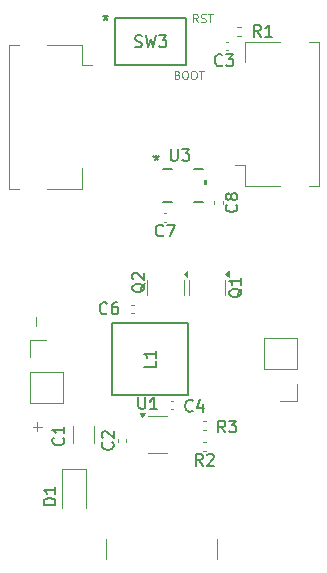
<source format=gbr>
%TF.GenerationSoftware,KiCad,Pcbnew,9.0.2*%
%TF.CreationDate,2025-09-15T18:44:55-04:00*%
%TF.ProjectId,flight-computer,666c6967-6874-42d6-936f-6d7075746572,rev?*%
%TF.SameCoordinates,Original*%
%TF.FileFunction,Legend,Top*%
%TF.FilePolarity,Positive*%
%FSLAX46Y46*%
G04 Gerber Fmt 4.6, Leading zero omitted, Abs format (unit mm)*
G04 Created by KiCad (PCBNEW 9.0.2) date 2025-09-15 18:44:55*
%MOMM*%
%LPD*%
G01*
G04 APERTURE LIST*
%ADD10C,0.087500*%
%ADD11C,0.100000*%
%ADD12C,0.150000*%
%ADD13C,0.120000*%
%ADD14C,0.152400*%
%ADD15C,0.000000*%
G04 APERTURE END LIST*
D10*
X147736126Y-80736338D02*
X147502793Y-80403005D01*
X147336126Y-80736338D02*
X147336126Y-80036338D01*
X147336126Y-80036338D02*
X147602793Y-80036338D01*
X147602793Y-80036338D02*
X147669460Y-80069671D01*
X147669460Y-80069671D02*
X147702793Y-80103005D01*
X147702793Y-80103005D02*
X147736126Y-80169671D01*
X147736126Y-80169671D02*
X147736126Y-80269671D01*
X147736126Y-80269671D02*
X147702793Y-80336338D01*
X147702793Y-80336338D02*
X147669460Y-80369671D01*
X147669460Y-80369671D02*
X147602793Y-80403005D01*
X147602793Y-80403005D02*
X147336126Y-80403005D01*
X148002793Y-80703005D02*
X148102793Y-80736338D01*
X148102793Y-80736338D02*
X148269460Y-80736338D01*
X148269460Y-80736338D02*
X148336126Y-80703005D01*
X148336126Y-80703005D02*
X148369460Y-80669671D01*
X148369460Y-80669671D02*
X148402793Y-80603005D01*
X148402793Y-80603005D02*
X148402793Y-80536338D01*
X148402793Y-80536338D02*
X148369460Y-80469671D01*
X148369460Y-80469671D02*
X148336126Y-80436338D01*
X148336126Y-80436338D02*
X148269460Y-80403005D01*
X148269460Y-80403005D02*
X148136126Y-80369671D01*
X148136126Y-80369671D02*
X148069460Y-80336338D01*
X148069460Y-80336338D02*
X148036126Y-80303005D01*
X148036126Y-80303005D02*
X148002793Y-80236338D01*
X148002793Y-80236338D02*
X148002793Y-80169671D01*
X148002793Y-80169671D02*
X148036126Y-80103005D01*
X148036126Y-80103005D02*
X148069460Y-80069671D01*
X148069460Y-80069671D02*
X148136126Y-80036338D01*
X148136126Y-80036338D02*
X148302793Y-80036338D01*
X148302793Y-80036338D02*
X148402793Y-80069671D01*
X148602793Y-80036338D02*
X149002793Y-80036338D01*
X148802793Y-80736338D02*
X148802793Y-80036338D01*
D11*
X133785779Y-114988021D02*
X134547684Y-114988021D01*
X134166731Y-115368974D02*
X134166731Y-114607069D01*
X134033361Y-106412670D02*
X134033361Y-105650766D01*
D10*
X146009460Y-85169671D02*
X146109460Y-85203005D01*
X146109460Y-85203005D02*
X146142793Y-85236338D01*
X146142793Y-85236338D02*
X146176126Y-85303005D01*
X146176126Y-85303005D02*
X146176126Y-85403005D01*
X146176126Y-85403005D02*
X146142793Y-85469671D01*
X146142793Y-85469671D02*
X146109460Y-85503005D01*
X146109460Y-85503005D02*
X146042793Y-85536338D01*
X146042793Y-85536338D02*
X145776126Y-85536338D01*
X145776126Y-85536338D02*
X145776126Y-84836338D01*
X145776126Y-84836338D02*
X146009460Y-84836338D01*
X146009460Y-84836338D02*
X146076126Y-84869671D01*
X146076126Y-84869671D02*
X146109460Y-84903005D01*
X146109460Y-84903005D02*
X146142793Y-84969671D01*
X146142793Y-84969671D02*
X146142793Y-85036338D01*
X146142793Y-85036338D02*
X146109460Y-85103005D01*
X146109460Y-85103005D02*
X146076126Y-85136338D01*
X146076126Y-85136338D02*
X146009460Y-85169671D01*
X146009460Y-85169671D02*
X145776126Y-85169671D01*
X146609460Y-84836338D02*
X146742793Y-84836338D01*
X146742793Y-84836338D02*
X146809460Y-84869671D01*
X146809460Y-84869671D02*
X146876126Y-84936338D01*
X146876126Y-84936338D02*
X146909460Y-85069671D01*
X146909460Y-85069671D02*
X146909460Y-85303005D01*
X146909460Y-85303005D02*
X146876126Y-85436338D01*
X146876126Y-85436338D02*
X146809460Y-85503005D01*
X146809460Y-85503005D02*
X146742793Y-85536338D01*
X146742793Y-85536338D02*
X146609460Y-85536338D01*
X146609460Y-85536338D02*
X146542793Y-85503005D01*
X146542793Y-85503005D02*
X146476126Y-85436338D01*
X146476126Y-85436338D02*
X146442793Y-85303005D01*
X146442793Y-85303005D02*
X146442793Y-85069671D01*
X146442793Y-85069671D02*
X146476126Y-84936338D01*
X146476126Y-84936338D02*
X146542793Y-84869671D01*
X146542793Y-84869671D02*
X146609460Y-84836338D01*
X147342793Y-84836338D02*
X147476126Y-84836338D01*
X147476126Y-84836338D02*
X147542793Y-84869671D01*
X147542793Y-84869671D02*
X147609459Y-84936338D01*
X147609459Y-84936338D02*
X147642793Y-85069671D01*
X147642793Y-85069671D02*
X147642793Y-85303005D01*
X147642793Y-85303005D02*
X147609459Y-85436338D01*
X147609459Y-85436338D02*
X147542793Y-85503005D01*
X147542793Y-85503005D02*
X147476126Y-85536338D01*
X147476126Y-85536338D02*
X147342793Y-85536338D01*
X147342793Y-85536338D02*
X147276126Y-85503005D01*
X147276126Y-85503005D02*
X147209459Y-85436338D01*
X147209459Y-85436338D02*
X147176126Y-85303005D01*
X147176126Y-85303005D02*
X147176126Y-85069671D01*
X147176126Y-85069671D02*
X147209459Y-84936338D01*
X147209459Y-84936338D02*
X147276126Y-84869671D01*
X147276126Y-84869671D02*
X147342793Y-84836338D01*
X147842792Y-84836338D02*
X148242792Y-84836338D01*
X148042792Y-85536338D02*
X148042792Y-84836338D01*
D12*
X150065228Y-115451374D02*
X149731895Y-114975183D01*
X149493800Y-115451374D02*
X149493800Y-114451374D01*
X149493800Y-114451374D02*
X149874752Y-114451374D01*
X149874752Y-114451374D02*
X149969990Y-114498993D01*
X149969990Y-114498993D02*
X150017609Y-114546612D01*
X150017609Y-114546612D02*
X150065228Y-114641850D01*
X150065228Y-114641850D02*
X150065228Y-114784707D01*
X150065228Y-114784707D02*
X150017609Y-114879945D01*
X150017609Y-114879945D02*
X149969990Y-114927564D01*
X149969990Y-114927564D02*
X149874752Y-114975183D01*
X149874752Y-114975183D02*
X149493800Y-114975183D01*
X150398562Y-114451374D02*
X151017609Y-114451374D01*
X151017609Y-114451374D02*
X150684276Y-114832326D01*
X150684276Y-114832326D02*
X150827133Y-114832326D01*
X150827133Y-114832326D02*
X150922371Y-114879945D01*
X150922371Y-114879945D02*
X150969990Y-114927564D01*
X150969990Y-114927564D02*
X151017609Y-115022802D01*
X151017609Y-115022802D02*
X151017609Y-115260897D01*
X151017609Y-115260897D02*
X150969990Y-115356135D01*
X150969990Y-115356135D02*
X150922371Y-115403755D01*
X150922371Y-115403755D02*
X150827133Y-115451374D01*
X150827133Y-115451374D02*
X150541419Y-115451374D01*
X150541419Y-115451374D02*
X150446181Y-115403755D01*
X150446181Y-115403755D02*
X150398562Y-115356135D01*
X142428562Y-82793755D02*
X142571419Y-82841374D01*
X142571419Y-82841374D02*
X142809514Y-82841374D01*
X142809514Y-82841374D02*
X142904752Y-82793755D01*
X142904752Y-82793755D02*
X142952371Y-82746135D01*
X142952371Y-82746135D02*
X142999990Y-82650897D01*
X142999990Y-82650897D02*
X142999990Y-82555659D01*
X142999990Y-82555659D02*
X142952371Y-82460421D01*
X142952371Y-82460421D02*
X142904752Y-82412802D01*
X142904752Y-82412802D02*
X142809514Y-82365183D01*
X142809514Y-82365183D02*
X142619038Y-82317564D01*
X142619038Y-82317564D02*
X142523800Y-82269945D01*
X142523800Y-82269945D02*
X142476181Y-82222326D01*
X142476181Y-82222326D02*
X142428562Y-82127088D01*
X142428562Y-82127088D02*
X142428562Y-82031850D01*
X142428562Y-82031850D02*
X142476181Y-81936612D01*
X142476181Y-81936612D02*
X142523800Y-81888993D01*
X142523800Y-81888993D02*
X142619038Y-81841374D01*
X142619038Y-81841374D02*
X142857133Y-81841374D01*
X142857133Y-81841374D02*
X142999990Y-81888993D01*
X143333324Y-81841374D02*
X143571419Y-82841374D01*
X143571419Y-82841374D02*
X143761895Y-82127088D01*
X143761895Y-82127088D02*
X143952371Y-82841374D01*
X143952371Y-82841374D02*
X144190467Y-81841374D01*
X144476181Y-81841374D02*
X145095228Y-81841374D01*
X145095228Y-81841374D02*
X144761895Y-82222326D01*
X144761895Y-82222326D02*
X144904752Y-82222326D01*
X144904752Y-82222326D02*
X144999990Y-82269945D01*
X144999990Y-82269945D02*
X145047609Y-82317564D01*
X145047609Y-82317564D02*
X145095228Y-82412802D01*
X145095228Y-82412802D02*
X145095228Y-82650897D01*
X145095228Y-82650897D02*
X145047609Y-82746135D01*
X145047609Y-82746135D02*
X144999990Y-82793755D01*
X144999990Y-82793755D02*
X144904752Y-82841374D01*
X144904752Y-82841374D02*
X144619038Y-82841374D01*
X144619038Y-82841374D02*
X144523800Y-82793755D01*
X144523800Y-82793755D02*
X144476181Y-82746135D01*
X139941895Y-80091374D02*
X139941895Y-80329469D01*
X139703800Y-80234231D02*
X139941895Y-80329469D01*
X139941895Y-80329469D02*
X140179990Y-80234231D01*
X139799038Y-80519945D02*
X139941895Y-80329469D01*
X139941895Y-80329469D02*
X140084752Y-80519945D01*
X153075228Y-81951374D02*
X152741895Y-81475183D01*
X152503800Y-81951374D02*
X152503800Y-80951374D01*
X152503800Y-80951374D02*
X152884752Y-80951374D01*
X152884752Y-80951374D02*
X152979990Y-80998993D01*
X152979990Y-80998993D02*
X153027609Y-81046612D01*
X153027609Y-81046612D02*
X153075228Y-81141850D01*
X153075228Y-81141850D02*
X153075228Y-81284707D01*
X153075228Y-81284707D02*
X153027609Y-81379945D01*
X153027609Y-81379945D02*
X152979990Y-81427564D01*
X152979990Y-81427564D02*
X152884752Y-81475183D01*
X152884752Y-81475183D02*
X152503800Y-81475183D01*
X154027609Y-81951374D02*
X153456181Y-81951374D01*
X153741895Y-81951374D02*
X153741895Y-80951374D01*
X153741895Y-80951374D02*
X153646657Y-81094231D01*
X153646657Y-81094231D02*
X153551419Y-81189469D01*
X153551419Y-81189469D02*
X153456181Y-81237088D01*
X144815228Y-98769580D02*
X144767609Y-98817200D01*
X144767609Y-98817200D02*
X144624752Y-98864819D01*
X144624752Y-98864819D02*
X144529514Y-98864819D01*
X144529514Y-98864819D02*
X144386657Y-98817200D01*
X144386657Y-98817200D02*
X144291419Y-98721961D01*
X144291419Y-98721961D02*
X144243800Y-98626723D01*
X144243800Y-98626723D02*
X144196181Y-98436247D01*
X144196181Y-98436247D02*
X144196181Y-98293390D01*
X144196181Y-98293390D02*
X144243800Y-98102914D01*
X144243800Y-98102914D02*
X144291419Y-98007676D01*
X144291419Y-98007676D02*
X144386657Y-97912438D01*
X144386657Y-97912438D02*
X144529514Y-97864819D01*
X144529514Y-97864819D02*
X144624752Y-97864819D01*
X144624752Y-97864819D02*
X144767609Y-97912438D01*
X144767609Y-97912438D02*
X144815228Y-97960057D01*
X145148562Y-97864819D02*
X145815228Y-97864819D01*
X145815228Y-97864819D02*
X145386657Y-98864819D01*
X143281952Y-102841793D02*
X143234333Y-102937031D01*
X143234333Y-102937031D02*
X143139095Y-103032269D01*
X143139095Y-103032269D02*
X142996237Y-103175126D01*
X142996237Y-103175126D02*
X142948618Y-103270364D01*
X142948618Y-103270364D02*
X142948618Y-103365602D01*
X143186714Y-103317983D02*
X143139095Y-103413221D01*
X143139095Y-103413221D02*
X143043856Y-103508459D01*
X143043856Y-103508459D02*
X142853380Y-103556078D01*
X142853380Y-103556078D02*
X142520047Y-103556078D01*
X142520047Y-103556078D02*
X142329571Y-103508459D01*
X142329571Y-103508459D02*
X142234333Y-103413221D01*
X142234333Y-103413221D02*
X142186714Y-103317983D01*
X142186714Y-103317983D02*
X142186714Y-103127507D01*
X142186714Y-103127507D02*
X142234333Y-103032269D01*
X142234333Y-103032269D02*
X142329571Y-102937031D01*
X142329571Y-102937031D02*
X142520047Y-102889412D01*
X142520047Y-102889412D02*
X142853380Y-102889412D01*
X142853380Y-102889412D02*
X143043856Y-102937031D01*
X143043856Y-102937031D02*
X143139095Y-103032269D01*
X143139095Y-103032269D02*
X143186714Y-103127507D01*
X143186714Y-103127507D02*
X143186714Y-103317983D01*
X142281952Y-102508459D02*
X142234333Y-102460840D01*
X142234333Y-102460840D02*
X142186714Y-102365602D01*
X142186714Y-102365602D02*
X142186714Y-102127507D01*
X142186714Y-102127507D02*
X142234333Y-102032269D01*
X142234333Y-102032269D02*
X142281952Y-101984650D01*
X142281952Y-101984650D02*
X142377190Y-101937031D01*
X142377190Y-101937031D02*
X142472428Y-101937031D01*
X142472428Y-101937031D02*
X142615285Y-101984650D01*
X142615285Y-101984650D02*
X143186714Y-102556078D01*
X143186714Y-102556078D02*
X143186714Y-101937031D01*
X147315228Y-113606135D02*
X147267609Y-113653755D01*
X147267609Y-113653755D02*
X147124752Y-113701374D01*
X147124752Y-113701374D02*
X147029514Y-113701374D01*
X147029514Y-113701374D02*
X146886657Y-113653755D01*
X146886657Y-113653755D02*
X146791419Y-113558516D01*
X146791419Y-113558516D02*
X146743800Y-113463278D01*
X146743800Y-113463278D02*
X146696181Y-113272802D01*
X146696181Y-113272802D02*
X146696181Y-113129945D01*
X146696181Y-113129945D02*
X146743800Y-112939469D01*
X146743800Y-112939469D02*
X146791419Y-112844231D01*
X146791419Y-112844231D02*
X146886657Y-112748993D01*
X146886657Y-112748993D02*
X147029514Y-112701374D01*
X147029514Y-112701374D02*
X147124752Y-112701374D01*
X147124752Y-112701374D02*
X147267609Y-112748993D01*
X147267609Y-112748993D02*
X147315228Y-112796612D01*
X148172371Y-113034707D02*
X148172371Y-113701374D01*
X147934276Y-112653755D02*
X147696181Y-113368040D01*
X147696181Y-113368040D02*
X148315228Y-113368040D01*
X149805228Y-84356135D02*
X149757609Y-84403755D01*
X149757609Y-84403755D02*
X149614752Y-84451374D01*
X149614752Y-84451374D02*
X149519514Y-84451374D01*
X149519514Y-84451374D02*
X149376657Y-84403755D01*
X149376657Y-84403755D02*
X149281419Y-84308516D01*
X149281419Y-84308516D02*
X149233800Y-84213278D01*
X149233800Y-84213278D02*
X149186181Y-84022802D01*
X149186181Y-84022802D02*
X149186181Y-83879945D01*
X149186181Y-83879945D02*
X149233800Y-83689469D01*
X149233800Y-83689469D02*
X149281419Y-83594231D01*
X149281419Y-83594231D02*
X149376657Y-83498993D01*
X149376657Y-83498993D02*
X149519514Y-83451374D01*
X149519514Y-83451374D02*
X149614752Y-83451374D01*
X149614752Y-83451374D02*
X149757609Y-83498993D01*
X149757609Y-83498993D02*
X149805228Y-83546612D01*
X150138562Y-83451374D02*
X150757609Y-83451374D01*
X150757609Y-83451374D02*
X150424276Y-83832326D01*
X150424276Y-83832326D02*
X150567133Y-83832326D01*
X150567133Y-83832326D02*
X150662371Y-83879945D01*
X150662371Y-83879945D02*
X150709990Y-83927564D01*
X150709990Y-83927564D02*
X150757609Y-84022802D01*
X150757609Y-84022802D02*
X150757609Y-84260897D01*
X150757609Y-84260897D02*
X150709990Y-84356135D01*
X150709990Y-84356135D02*
X150662371Y-84403755D01*
X150662371Y-84403755D02*
X150567133Y-84451374D01*
X150567133Y-84451374D02*
X150281419Y-84451374D01*
X150281419Y-84451374D02*
X150186181Y-84403755D01*
X150186181Y-84403755D02*
X150138562Y-84356135D01*
X145469990Y-91451374D02*
X145469990Y-92260897D01*
X145469990Y-92260897D02*
X145517609Y-92356135D01*
X145517609Y-92356135D02*
X145565228Y-92403755D01*
X145565228Y-92403755D02*
X145660466Y-92451374D01*
X145660466Y-92451374D02*
X145850942Y-92451374D01*
X145850942Y-92451374D02*
X145946180Y-92403755D01*
X145946180Y-92403755D02*
X145993799Y-92356135D01*
X145993799Y-92356135D02*
X146041418Y-92260897D01*
X146041418Y-92260897D02*
X146041418Y-91451374D01*
X146422371Y-91451374D02*
X147041418Y-91451374D01*
X147041418Y-91451374D02*
X146708085Y-91832326D01*
X146708085Y-91832326D02*
X146850942Y-91832326D01*
X146850942Y-91832326D02*
X146946180Y-91879945D01*
X146946180Y-91879945D02*
X146993799Y-91927564D01*
X146993799Y-91927564D02*
X147041418Y-92022802D01*
X147041418Y-92022802D02*
X147041418Y-92260897D01*
X147041418Y-92260897D02*
X146993799Y-92356135D01*
X146993799Y-92356135D02*
X146946180Y-92403755D01*
X146946180Y-92403755D02*
X146850942Y-92451374D01*
X146850942Y-92451374D02*
X146565228Y-92451374D01*
X146565228Y-92451374D02*
X146469990Y-92403755D01*
X146469990Y-92403755D02*
X146422371Y-92356135D01*
X144231895Y-91951374D02*
X144231895Y-92189469D01*
X143993800Y-92094231D02*
X144231895Y-92189469D01*
X144231895Y-92189469D02*
X144469990Y-92094231D01*
X144089038Y-92379945D02*
X144231895Y-92189469D01*
X144231895Y-92189469D02*
X144374752Y-92379945D01*
X135686714Y-121584649D02*
X134686714Y-121584649D01*
X134686714Y-121584649D02*
X134686714Y-121346554D01*
X134686714Y-121346554D02*
X134734333Y-121203697D01*
X134734333Y-121203697D02*
X134829571Y-121108459D01*
X134829571Y-121108459D02*
X134924809Y-121060840D01*
X134924809Y-121060840D02*
X135115285Y-121013221D01*
X135115285Y-121013221D02*
X135258142Y-121013221D01*
X135258142Y-121013221D02*
X135448618Y-121060840D01*
X135448618Y-121060840D02*
X135543856Y-121108459D01*
X135543856Y-121108459D02*
X135639095Y-121203697D01*
X135639095Y-121203697D02*
X135686714Y-121346554D01*
X135686714Y-121346554D02*
X135686714Y-121584649D01*
X135686714Y-120060840D02*
X135686714Y-120632268D01*
X135686714Y-120346554D02*
X134686714Y-120346554D01*
X134686714Y-120346554D02*
X134829571Y-120441792D01*
X134829571Y-120441792D02*
X134924809Y-120537030D01*
X134924809Y-120537030D02*
X134972428Y-120632268D01*
X151001475Y-96163221D02*
X151049095Y-96210840D01*
X151049095Y-96210840D02*
X151096714Y-96353697D01*
X151096714Y-96353697D02*
X151096714Y-96448935D01*
X151096714Y-96448935D02*
X151049095Y-96591792D01*
X151049095Y-96591792D02*
X150953856Y-96687030D01*
X150953856Y-96687030D02*
X150858618Y-96734649D01*
X150858618Y-96734649D02*
X150668142Y-96782268D01*
X150668142Y-96782268D02*
X150525285Y-96782268D01*
X150525285Y-96782268D02*
X150334809Y-96734649D01*
X150334809Y-96734649D02*
X150239571Y-96687030D01*
X150239571Y-96687030D02*
X150144333Y-96591792D01*
X150144333Y-96591792D02*
X150096714Y-96448935D01*
X150096714Y-96448935D02*
X150096714Y-96353697D01*
X150096714Y-96353697D02*
X150144333Y-96210840D01*
X150144333Y-96210840D02*
X150191952Y-96163221D01*
X150525285Y-95591792D02*
X150477666Y-95687030D01*
X150477666Y-95687030D02*
X150430047Y-95734649D01*
X150430047Y-95734649D02*
X150334809Y-95782268D01*
X150334809Y-95782268D02*
X150287190Y-95782268D01*
X150287190Y-95782268D02*
X150191952Y-95734649D01*
X150191952Y-95734649D02*
X150144333Y-95687030D01*
X150144333Y-95687030D02*
X150096714Y-95591792D01*
X150096714Y-95591792D02*
X150096714Y-95401316D01*
X150096714Y-95401316D02*
X150144333Y-95306078D01*
X150144333Y-95306078D02*
X150191952Y-95258459D01*
X150191952Y-95258459D02*
X150287190Y-95210840D01*
X150287190Y-95210840D02*
X150334809Y-95210840D01*
X150334809Y-95210840D02*
X150430047Y-95258459D01*
X150430047Y-95258459D02*
X150477666Y-95306078D01*
X150477666Y-95306078D02*
X150525285Y-95401316D01*
X150525285Y-95401316D02*
X150525285Y-95591792D01*
X150525285Y-95591792D02*
X150572904Y-95687030D01*
X150572904Y-95687030D02*
X150620523Y-95734649D01*
X150620523Y-95734649D02*
X150715761Y-95782268D01*
X150715761Y-95782268D02*
X150906237Y-95782268D01*
X150906237Y-95782268D02*
X151001475Y-95734649D01*
X151001475Y-95734649D02*
X151049095Y-95687030D01*
X151049095Y-95687030D02*
X151096714Y-95591792D01*
X151096714Y-95591792D02*
X151096714Y-95401316D01*
X151096714Y-95401316D02*
X151049095Y-95306078D01*
X151049095Y-95306078D02*
X151001475Y-95258459D01*
X151001475Y-95258459D02*
X150906237Y-95210840D01*
X150906237Y-95210840D02*
X150715761Y-95210840D01*
X150715761Y-95210840D02*
X150620523Y-95258459D01*
X150620523Y-95258459D02*
X150572904Y-95306078D01*
X150572904Y-95306078D02*
X150525285Y-95401316D01*
X136341475Y-115913221D02*
X136389095Y-115960840D01*
X136389095Y-115960840D02*
X136436714Y-116103697D01*
X136436714Y-116103697D02*
X136436714Y-116198935D01*
X136436714Y-116198935D02*
X136389095Y-116341792D01*
X136389095Y-116341792D02*
X136293856Y-116437030D01*
X136293856Y-116437030D02*
X136198618Y-116484649D01*
X136198618Y-116484649D02*
X136008142Y-116532268D01*
X136008142Y-116532268D02*
X135865285Y-116532268D01*
X135865285Y-116532268D02*
X135674809Y-116484649D01*
X135674809Y-116484649D02*
X135579571Y-116437030D01*
X135579571Y-116437030D02*
X135484333Y-116341792D01*
X135484333Y-116341792D02*
X135436714Y-116198935D01*
X135436714Y-116198935D02*
X135436714Y-116103697D01*
X135436714Y-116103697D02*
X135484333Y-115960840D01*
X135484333Y-115960840D02*
X135531952Y-115913221D01*
X136436714Y-114960840D02*
X136436714Y-115532268D01*
X136436714Y-115246554D02*
X135436714Y-115246554D01*
X135436714Y-115246554D02*
X135579571Y-115341792D01*
X135579571Y-115341792D02*
X135674809Y-115437030D01*
X135674809Y-115437030D02*
X135722428Y-115532268D01*
X144186714Y-109413221D02*
X144186714Y-109889411D01*
X144186714Y-109889411D02*
X143186714Y-109889411D01*
X144186714Y-108556078D02*
X144186714Y-109127506D01*
X144186714Y-108841792D02*
X143186714Y-108841792D01*
X143186714Y-108841792D02*
X143329571Y-108937030D01*
X143329571Y-108937030D02*
X143424809Y-109032268D01*
X143424809Y-109032268D02*
X143472428Y-109127506D01*
X140526475Y-116298221D02*
X140574095Y-116345840D01*
X140574095Y-116345840D02*
X140621714Y-116488697D01*
X140621714Y-116488697D02*
X140621714Y-116583935D01*
X140621714Y-116583935D02*
X140574095Y-116726792D01*
X140574095Y-116726792D02*
X140478856Y-116822030D01*
X140478856Y-116822030D02*
X140383618Y-116869649D01*
X140383618Y-116869649D02*
X140193142Y-116917268D01*
X140193142Y-116917268D02*
X140050285Y-116917268D01*
X140050285Y-116917268D02*
X139859809Y-116869649D01*
X139859809Y-116869649D02*
X139764571Y-116822030D01*
X139764571Y-116822030D02*
X139669333Y-116726792D01*
X139669333Y-116726792D02*
X139621714Y-116583935D01*
X139621714Y-116583935D02*
X139621714Y-116488697D01*
X139621714Y-116488697D02*
X139669333Y-116345840D01*
X139669333Y-116345840D02*
X139716952Y-116298221D01*
X139716952Y-115917268D02*
X139669333Y-115869649D01*
X139669333Y-115869649D02*
X139621714Y-115774411D01*
X139621714Y-115774411D02*
X139621714Y-115536316D01*
X139621714Y-115536316D02*
X139669333Y-115441078D01*
X139669333Y-115441078D02*
X139716952Y-115393459D01*
X139716952Y-115393459D02*
X139812190Y-115345840D01*
X139812190Y-115345840D02*
X139907428Y-115345840D01*
X139907428Y-115345840D02*
X140050285Y-115393459D01*
X140050285Y-115393459D02*
X140621714Y-115964887D01*
X140621714Y-115964887D02*
X140621714Y-115345840D01*
X151481952Y-103279293D02*
X151434333Y-103374531D01*
X151434333Y-103374531D02*
X151339095Y-103469769D01*
X151339095Y-103469769D02*
X151196237Y-103612626D01*
X151196237Y-103612626D02*
X151148618Y-103707864D01*
X151148618Y-103707864D02*
X151148618Y-103803102D01*
X151386714Y-103755483D02*
X151339095Y-103850721D01*
X151339095Y-103850721D02*
X151243856Y-103945959D01*
X151243856Y-103945959D02*
X151053380Y-103993578D01*
X151053380Y-103993578D02*
X150720047Y-103993578D01*
X150720047Y-103993578D02*
X150529571Y-103945959D01*
X150529571Y-103945959D02*
X150434333Y-103850721D01*
X150434333Y-103850721D02*
X150386714Y-103755483D01*
X150386714Y-103755483D02*
X150386714Y-103565007D01*
X150386714Y-103565007D02*
X150434333Y-103469769D01*
X150434333Y-103469769D02*
X150529571Y-103374531D01*
X150529571Y-103374531D02*
X150720047Y-103326912D01*
X150720047Y-103326912D02*
X151053380Y-103326912D01*
X151053380Y-103326912D02*
X151243856Y-103374531D01*
X151243856Y-103374531D02*
X151339095Y-103469769D01*
X151339095Y-103469769D02*
X151386714Y-103565007D01*
X151386714Y-103565007D02*
X151386714Y-103755483D01*
X151386714Y-102374531D02*
X151386714Y-102945959D01*
X151386714Y-102660245D02*
X150386714Y-102660245D01*
X150386714Y-102660245D02*
X150529571Y-102755483D01*
X150529571Y-102755483D02*
X150624809Y-102850721D01*
X150624809Y-102850721D02*
X150672428Y-102945959D01*
X142719990Y-112451374D02*
X142719990Y-113260897D01*
X142719990Y-113260897D02*
X142767609Y-113356135D01*
X142767609Y-113356135D02*
X142815228Y-113403755D01*
X142815228Y-113403755D02*
X142910466Y-113451374D01*
X142910466Y-113451374D02*
X143100942Y-113451374D01*
X143100942Y-113451374D02*
X143196180Y-113403755D01*
X143196180Y-113403755D02*
X143243799Y-113356135D01*
X143243799Y-113356135D02*
X143291418Y-113260897D01*
X143291418Y-113260897D02*
X143291418Y-112451374D01*
X144291418Y-113451374D02*
X143719990Y-113451374D01*
X144005704Y-113451374D02*
X144005704Y-112451374D01*
X144005704Y-112451374D02*
X143910466Y-112594231D01*
X143910466Y-112594231D02*
X143815228Y-112689469D01*
X143815228Y-112689469D02*
X143719990Y-112737088D01*
X140065228Y-105356135D02*
X140017609Y-105403755D01*
X140017609Y-105403755D02*
X139874752Y-105451374D01*
X139874752Y-105451374D02*
X139779514Y-105451374D01*
X139779514Y-105451374D02*
X139636657Y-105403755D01*
X139636657Y-105403755D02*
X139541419Y-105308516D01*
X139541419Y-105308516D02*
X139493800Y-105213278D01*
X139493800Y-105213278D02*
X139446181Y-105022802D01*
X139446181Y-105022802D02*
X139446181Y-104879945D01*
X139446181Y-104879945D02*
X139493800Y-104689469D01*
X139493800Y-104689469D02*
X139541419Y-104594231D01*
X139541419Y-104594231D02*
X139636657Y-104498993D01*
X139636657Y-104498993D02*
X139779514Y-104451374D01*
X139779514Y-104451374D02*
X139874752Y-104451374D01*
X139874752Y-104451374D02*
X140017609Y-104498993D01*
X140017609Y-104498993D02*
X140065228Y-104546612D01*
X140922371Y-104451374D02*
X140731895Y-104451374D01*
X140731895Y-104451374D02*
X140636657Y-104498993D01*
X140636657Y-104498993D02*
X140589038Y-104546612D01*
X140589038Y-104546612D02*
X140493800Y-104689469D01*
X140493800Y-104689469D02*
X140446181Y-104879945D01*
X140446181Y-104879945D02*
X140446181Y-105260897D01*
X140446181Y-105260897D02*
X140493800Y-105356135D01*
X140493800Y-105356135D02*
X140541419Y-105403755D01*
X140541419Y-105403755D02*
X140636657Y-105451374D01*
X140636657Y-105451374D02*
X140827133Y-105451374D01*
X140827133Y-105451374D02*
X140922371Y-105403755D01*
X140922371Y-105403755D02*
X140969990Y-105356135D01*
X140969990Y-105356135D02*
X141017609Y-105260897D01*
X141017609Y-105260897D02*
X141017609Y-105022802D01*
X141017609Y-105022802D02*
X140969990Y-104927564D01*
X140969990Y-104927564D02*
X140922371Y-104879945D01*
X140922371Y-104879945D02*
X140827133Y-104832326D01*
X140827133Y-104832326D02*
X140636657Y-104832326D01*
X140636657Y-104832326D02*
X140541419Y-104879945D01*
X140541419Y-104879945D02*
X140493800Y-104927564D01*
X140493800Y-104927564D02*
X140446181Y-105022802D01*
X148160228Y-118276374D02*
X147826895Y-117800183D01*
X147588800Y-118276374D02*
X147588800Y-117276374D01*
X147588800Y-117276374D02*
X147969752Y-117276374D01*
X147969752Y-117276374D02*
X148064990Y-117323993D01*
X148064990Y-117323993D02*
X148112609Y-117371612D01*
X148112609Y-117371612D02*
X148160228Y-117466850D01*
X148160228Y-117466850D02*
X148160228Y-117609707D01*
X148160228Y-117609707D02*
X148112609Y-117704945D01*
X148112609Y-117704945D02*
X148064990Y-117752564D01*
X148064990Y-117752564D02*
X147969752Y-117800183D01*
X147969752Y-117800183D02*
X147588800Y-117800183D01*
X148541181Y-117371612D02*
X148588800Y-117323993D01*
X148588800Y-117323993D02*
X148684038Y-117276374D01*
X148684038Y-117276374D02*
X148922133Y-117276374D01*
X148922133Y-117276374D02*
X149017371Y-117323993D01*
X149017371Y-117323993D02*
X149064990Y-117371612D01*
X149064990Y-117371612D02*
X149112609Y-117466850D01*
X149112609Y-117466850D02*
X149112609Y-117562088D01*
X149112609Y-117562088D02*
X149064990Y-117704945D01*
X149064990Y-117704945D02*
X148493562Y-118276374D01*
X148493562Y-118276374D02*
X149112609Y-118276374D01*
D13*
%TO.C,J5*%
X139991895Y-126146555D02*
X139991895Y-124446555D01*
X149331895Y-126146555D02*
X149331895Y-124446555D01*
%TO.C,J2*%
X151771895Y-82386555D02*
X151771895Y-84136555D01*
X151771895Y-92856555D02*
X150881895Y-92856555D01*
X151771895Y-94606555D02*
X151771895Y-92856555D01*
X154721895Y-82386555D02*
X151771895Y-82386555D01*
X154721895Y-94606555D02*
X151771895Y-94606555D01*
X157141895Y-94606555D02*
X157991895Y-94606555D01*
X157991895Y-82386555D02*
X157141895Y-82386555D01*
X157991895Y-94606555D02*
X157991895Y-82386555D01*
%TO.C,R3*%
X148173254Y-114521555D02*
X148480536Y-114521555D01*
X148173254Y-115281555D02*
X148480536Y-115281555D01*
D14*
%TO.C,SW3*%
X140739295Y-80405355D02*
X140739295Y-84367755D01*
X140739295Y-84367755D02*
X146784495Y-84367755D01*
X146784495Y-80405355D02*
X140739295Y-80405355D01*
X146784495Y-84367755D02*
X146784495Y-80405355D01*
D13*
%TO.C,R1*%
X151395536Y-81116555D02*
X151088254Y-81116555D01*
X151395536Y-81876555D02*
X151088254Y-81876555D01*
%TO.C,J1*%
X131721895Y-82636555D02*
X131721895Y-94856555D01*
X131721895Y-94856555D02*
X132571895Y-94856555D01*
X132571895Y-82636555D02*
X131721895Y-82636555D01*
X134991895Y-82636555D02*
X137941895Y-82636555D01*
X134991895Y-94856555D02*
X137941895Y-94856555D01*
X137941895Y-82636555D02*
X137941895Y-84386555D01*
X137941895Y-84386555D02*
X138831895Y-84386555D01*
X137941895Y-94856555D02*
X137941895Y-93106555D01*
%TO.C,J3*%
X133551895Y-107676555D02*
X134931895Y-107676555D01*
X133551895Y-109056555D02*
X133551895Y-107676555D01*
X133551895Y-110326555D02*
X133551895Y-112976555D01*
X133551895Y-110326555D02*
X136311895Y-110326555D01*
X133551895Y-112976555D02*
X136311895Y-112976555D01*
X136311895Y-110326555D02*
X136311895Y-112976555D01*
%TO.C,C7*%
X145089731Y-96890000D02*
X144874059Y-96890000D01*
X145089731Y-97610000D02*
X144874059Y-97610000D01*
%TO.C,Q2*%
X143471895Y-103184055D02*
X143471895Y-102534055D01*
X143471895Y-103184055D02*
X143471895Y-103834055D01*
X146591895Y-103184055D02*
X146591895Y-102534055D01*
X146591895Y-103184055D02*
X146591895Y-103834055D01*
X146871895Y-102261555D02*
X146541895Y-102021555D01*
X146871895Y-101781555D01*
X146871895Y-102261555D01*
G36*
X146871895Y-102261555D02*
G01*
X146541895Y-102021555D01*
X146871895Y-101781555D01*
X146871895Y-102261555D01*
G37*
%TO.C,C4*%
X145684731Y-112791555D02*
X145469059Y-112791555D01*
X145684731Y-113511555D02*
X145469059Y-113511555D01*
%TO.C,C3*%
X150339731Y-82386555D02*
X150124059Y-82386555D01*
X150339731Y-83106555D02*
X150124059Y-83106555D01*
D14*
%TO.C,U3*%
X144823601Y-95966100D02*
X145542988Y-95966100D01*
X145542988Y-93121300D02*
X144823601Y-93121300D01*
X147457014Y-95966100D02*
X148176401Y-95966100D01*
X148176401Y-93121300D02*
X147457014Y-93121300D01*
D15*
G36*
X148506601Y-94484201D02*
G01*
X148252601Y-94484201D01*
X148252601Y-94103200D01*
X148506601Y-94103200D01*
X148506601Y-94484201D01*
G37*
D13*
%TO.C,D1*%
X136221895Y-118536555D02*
X136221895Y-121846555D01*
X136221895Y-118536555D02*
X138241895Y-118536555D01*
X138241895Y-121846555D02*
X138241895Y-118536555D01*
%TO.C,C8*%
X149121895Y-95888719D02*
X149121895Y-96104391D01*
X149841895Y-95888719D02*
X149841895Y-96104391D01*
%TO.C,C1*%
X137166895Y-116362807D02*
X137166895Y-114940303D01*
X138986895Y-116362807D02*
X138986895Y-114940303D01*
D14*
%TO.C,L1*%
X140506095Y-106173155D02*
X140506095Y-112319955D01*
X140506095Y-112319955D02*
X146957695Y-112319955D01*
X146957695Y-106173155D02*
X140506095Y-106173155D01*
X146957695Y-112319955D02*
X146957695Y-106173155D01*
X143808095Y-112852255D02*
G75*
G02*
X143655695Y-112852255I-76200J0D01*
G01*
X143655695Y-112852255D02*
G75*
G02*
X143808095Y-112852255I76200J0D01*
G01*
D13*
%TO.C,C2*%
X140966895Y-116239391D02*
X140966895Y-116023719D01*
X141686895Y-116239391D02*
X141686895Y-116023719D01*
%TO.C,J6*%
X153351895Y-110126555D02*
X153351895Y-107476555D01*
X156111895Y-107476555D02*
X153351895Y-107476555D01*
X156111895Y-110126555D02*
X153351895Y-110126555D01*
X156111895Y-110126555D02*
X156111895Y-107476555D01*
X156111895Y-111396555D02*
X156111895Y-112776555D01*
X156111895Y-112776555D02*
X154731895Y-112776555D01*
%TO.C,Q1*%
X146971895Y-103184055D02*
X146971895Y-102534055D01*
X146971895Y-103184055D02*
X146971895Y-103834055D01*
X150091895Y-103184055D02*
X150091895Y-102534055D01*
X150091895Y-103184055D02*
X150091895Y-103834055D01*
X150371895Y-102261555D02*
X150041895Y-102021555D01*
X150371895Y-101781555D01*
X150371895Y-102261555D01*
G36*
X150371895Y-102261555D02*
G01*
X150041895Y-102021555D01*
X150371895Y-101781555D01*
X150371895Y-102261555D01*
G37*
%TO.C,U1*%
X144357500Y-114095000D02*
X143557500Y-114095000D01*
X144357500Y-114095000D02*
X145157500Y-114095000D01*
X144357500Y-117215000D02*
X143557500Y-117215000D01*
X144357500Y-117215000D02*
X145157500Y-117215000D01*
X143057500Y-114145000D02*
X142817500Y-113815000D01*
X143297500Y-113815000D01*
X143057500Y-114145000D01*
G36*
X143057500Y-114145000D02*
G01*
X142817500Y-113815000D01*
X143297500Y-113815000D01*
X143057500Y-114145000D01*
G37*
%TO.C,C6*%
X142339731Y-104636555D02*
X142124059Y-104636555D01*
X142339731Y-105356555D02*
X142124059Y-105356555D01*
%TO.C,R2*%
X148480536Y-116271555D02*
X148173254Y-116271555D01*
X148480536Y-117031555D02*
X148173254Y-117031555D01*
%TD*%
M02*

</source>
